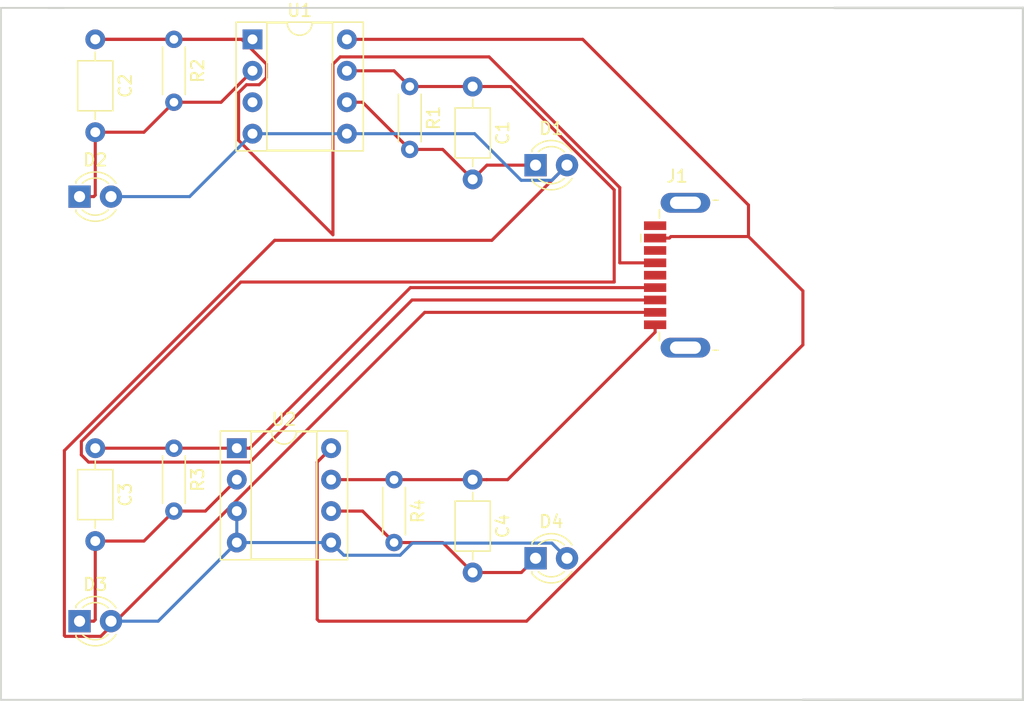
<source format=kicad_pcb>
(kicad_pcb (version 20171130) (host pcbnew "(5.0.0)")

  (general
    (thickness 1.6)
    (drawings 7)
    (tracks 107)
    (zones 0)
    (modules 15)
    (nets 15)
  )

  (page A4)
  (layers
    (0 F.Cu signal)
    (31 B.Cu signal)
    (32 B.Adhes user)
    (33 F.Adhes user)
    (34 B.Paste user)
    (35 F.Paste user)
    (36 B.SilkS user)
    (37 F.SilkS user)
    (38 B.Mask user)
    (39 F.Mask user)
    (40 Dwgs.User user)
    (41 Cmts.User user)
    (42 Eco1.User user)
    (43 Eco2.User user)
    (44 Edge.Cuts user)
    (45 Margin user)
    (46 B.CrtYd user)
    (47 F.CrtYd user)
    (48 B.Fab user)
    (49 F.Fab user)
  )

  (setup
    (last_trace_width 0.25)
    (trace_clearance 0.2)
    (zone_clearance 0.508)
    (zone_45_only no)
    (trace_min 0.2)
    (segment_width 0.2)
    (edge_width 0.15)
    (via_size 0.8)
    (via_drill 0.4)
    (via_min_size 0.4)
    (via_min_drill 0.3)
    (uvia_size 0.3)
    (uvia_drill 0.1)
    (uvias_allowed no)
    (uvia_min_size 0.2)
    (uvia_min_drill 0.1)
    (pcb_text_width 0.3)
    (pcb_text_size 1.5 1.5)
    (mod_edge_width 0.15)
    (mod_text_size 1 1)
    (mod_text_width 0.15)
    (pad_size 1.524 1.524)
    (pad_drill 0.762)
    (pad_to_mask_clearance 0.2)
    (aux_axis_origin 0 0)
    (visible_elements 7FFFFFFF)
    (pcbplotparams
      (layerselection 0x010fc_ffffffff)
      (usegerberextensions false)
      (usegerberattributes false)
      (usegerberadvancedattributes false)
      (creategerberjobfile false)
      (excludeedgelayer true)
      (linewidth 0.100000)
      (plotframeref false)
      (viasonmask false)
      (mode 1)
      (useauxorigin false)
      (hpglpennumber 1)
      (hpglpenspeed 20)
      (hpglpendiameter 15.000000)
      (psnegative false)
      (psa4output false)
      (plotreference true)
      (plotvalue true)
      (plotinvisibletext false)
      (padsonsilk false)
      (subtractmaskfromsilk false)
      (outputformat 1)
      (mirror false)
      (drillshape 1)
      (scaleselection 1)
      (outputdirectory ""))
  )

  (net 0 "")
  (net 1 "Net-(C1-Pad1)")
  (net 2 "Net-(C1-Pad2)")
  (net 3 "Net-(C2-Pad2)")
  (net 4 "Net-(C2-Pad1)")
  (net 5 "Net-(C3-Pad1)")
  (net 6 "Net-(C3-Pad2)")
  (net 7 "Net-(C4-Pad2)")
  (net 8 "Net-(C4-Pad1)")
  (net 9 GND)
  (net 10 "Net-(J1-Pad10)")
  (net 11 "Net-(J1-Pad7)")
  (net 12 "Net-(J1-Pad8)")
  (net 13 "Net-(J1-Pad1)")
  (net 14 "Net-(J1-Pad9)")

  (net_class Default "Dies ist die voreingestellte Netzklasse."
    (clearance 0.2)
    (trace_width 0.25)
    (via_dia 0.8)
    (via_drill 0.4)
    (uvia_dia 0.3)
    (uvia_drill 0.1)
    (add_net GND)
    (add_net "Net-(C1-Pad1)")
    (add_net "Net-(C1-Pad2)")
    (add_net "Net-(C2-Pad1)")
    (add_net "Net-(C2-Pad2)")
    (add_net "Net-(C3-Pad1)")
    (add_net "Net-(C3-Pad2)")
    (add_net "Net-(C4-Pad1)")
    (add_net "Net-(C4-Pad2)")
    (add_net "Net-(J1-Pad1)")
    (add_net "Net-(J1-Pad10)")
    (add_net "Net-(J1-Pad7)")
    (add_net "Net-(J1-Pad8)")
    (add_net "Net-(J1-Pad9)")
  )

  (module Capacitor_THT:C_Axial_L3.8mm_D2.6mm_P7.50mm_Horizontal (layer F.Cu) (tedit 5AE50EF0) (tstamp 5BD76595)
    (at 148.59 74.93 270)
    (descr "C, Axial series, Axial, Horizontal, pin pitch=7.5mm, , length*diameter=3.8*2.6mm^2, http://www.vishay.com/docs/45231/arseries.pdf")
    (tags "C Axial series Axial Horizontal pin pitch 7.5mm  length 3.8mm diameter 2.6mm")
    (path /5BC74093)
    (fp_text reference C1 (at 3.75 -2.42 270) (layer F.SilkS)
      (effects (font (size 1 1) (thickness 0.15)))
    )
    (fp_text value C (at 3.75 2.42 270) (layer F.Fab)
      (effects (font (size 1 1) (thickness 0.15)))
    )
    (fp_line (start 1.85 -1.3) (end 1.85 1.3) (layer F.Fab) (width 0.1))
    (fp_line (start 1.85 1.3) (end 5.65 1.3) (layer F.Fab) (width 0.1))
    (fp_line (start 5.65 1.3) (end 5.65 -1.3) (layer F.Fab) (width 0.1))
    (fp_line (start 5.65 -1.3) (end 1.85 -1.3) (layer F.Fab) (width 0.1))
    (fp_line (start 0 0) (end 1.85 0) (layer F.Fab) (width 0.1))
    (fp_line (start 7.5 0) (end 5.65 0) (layer F.Fab) (width 0.1))
    (fp_line (start 1.73 -1.42) (end 1.73 1.42) (layer F.SilkS) (width 0.12))
    (fp_line (start 1.73 1.42) (end 5.77 1.42) (layer F.SilkS) (width 0.12))
    (fp_line (start 5.77 1.42) (end 5.77 -1.42) (layer F.SilkS) (width 0.12))
    (fp_line (start 5.77 -1.42) (end 1.73 -1.42) (layer F.SilkS) (width 0.12))
    (fp_line (start 1.04 0) (end 1.73 0) (layer F.SilkS) (width 0.12))
    (fp_line (start 6.46 0) (end 5.77 0) (layer F.SilkS) (width 0.12))
    (fp_line (start -1.05 -1.55) (end -1.05 1.55) (layer F.CrtYd) (width 0.05))
    (fp_line (start -1.05 1.55) (end 8.55 1.55) (layer F.CrtYd) (width 0.05))
    (fp_line (start 8.55 1.55) (end 8.55 -1.55) (layer F.CrtYd) (width 0.05))
    (fp_line (start 8.55 -1.55) (end -1.05 -1.55) (layer F.CrtYd) (width 0.05))
    (fp_text user %R (at 3.75 0 270) (layer F.Fab)
      (effects (font (size 0.76 0.76) (thickness 0.114)))
    )
    (pad 1 thru_hole circle (at 0 0 270) (size 1.6 1.6) (drill 0.8) (layers *.Cu *.Mask)
      (net 1 "Net-(C1-Pad1)"))
    (pad 2 thru_hole oval (at 7.5 0 270) (size 1.6 1.6) (drill 0.8) (layers *.Cu *.Mask)
      (net 2 "Net-(C1-Pad2)"))
    (model ${KISYS3DMOD}/Capacitor_THT.3dshapes/C_Axial_L3.8mm_D2.6mm_P7.50mm_Horizontal.wrl
      (at (xyz 0 0 0))
      (scale (xyz 1 1 1))
      (rotate (xyz 0 0 0))
    )
  )

  (module Capacitor_THT:C_Axial_L3.8mm_D2.6mm_P7.50mm_Horizontal (layer F.Cu) (tedit 5AE50EF0) (tstamp 5BD765AC)
    (at 118.11 71.12 270)
    (descr "C, Axial series, Axial, Horizontal, pin pitch=7.5mm, , length*diameter=3.8*2.6mm^2, http://www.vishay.com/docs/45231/arseries.pdf")
    (tags "C Axial series Axial Horizontal pin pitch 7.5mm  length 3.8mm diameter 2.6mm")
    (path /5BC73F2E)
    (fp_text reference C2 (at 3.75 -2.42 270) (layer F.SilkS)
      (effects (font (size 1 1) (thickness 0.15)))
    )
    (fp_text value C (at 3.75 2.42 270) (layer F.Fab)
      (effects (font (size 1 1) (thickness 0.15)))
    )
    (fp_text user %R (at 3.75 0 270) (layer F.Fab)
      (effects (font (size 0.76 0.76) (thickness 0.114)))
    )
    (fp_line (start 8.55 -1.55) (end -1.05 -1.55) (layer F.CrtYd) (width 0.05))
    (fp_line (start 8.55 1.55) (end 8.55 -1.55) (layer F.CrtYd) (width 0.05))
    (fp_line (start -1.05 1.55) (end 8.55 1.55) (layer F.CrtYd) (width 0.05))
    (fp_line (start -1.05 -1.55) (end -1.05 1.55) (layer F.CrtYd) (width 0.05))
    (fp_line (start 6.46 0) (end 5.77 0) (layer F.SilkS) (width 0.12))
    (fp_line (start 1.04 0) (end 1.73 0) (layer F.SilkS) (width 0.12))
    (fp_line (start 5.77 -1.42) (end 1.73 -1.42) (layer F.SilkS) (width 0.12))
    (fp_line (start 5.77 1.42) (end 5.77 -1.42) (layer F.SilkS) (width 0.12))
    (fp_line (start 1.73 1.42) (end 5.77 1.42) (layer F.SilkS) (width 0.12))
    (fp_line (start 1.73 -1.42) (end 1.73 1.42) (layer F.SilkS) (width 0.12))
    (fp_line (start 7.5 0) (end 5.65 0) (layer F.Fab) (width 0.1))
    (fp_line (start 0 0) (end 1.85 0) (layer F.Fab) (width 0.1))
    (fp_line (start 5.65 -1.3) (end 1.85 -1.3) (layer F.Fab) (width 0.1))
    (fp_line (start 5.65 1.3) (end 5.65 -1.3) (layer F.Fab) (width 0.1))
    (fp_line (start 1.85 1.3) (end 5.65 1.3) (layer F.Fab) (width 0.1))
    (fp_line (start 1.85 -1.3) (end 1.85 1.3) (layer F.Fab) (width 0.1))
    (pad 2 thru_hole oval (at 7.5 0 270) (size 1.6 1.6) (drill 0.8) (layers *.Cu *.Mask)
      (net 3 "Net-(C2-Pad2)"))
    (pad 1 thru_hole circle (at 0 0 270) (size 1.6 1.6) (drill 0.8) (layers *.Cu *.Mask)
      (net 4 "Net-(C2-Pad1)"))
    (model ${KISYS3DMOD}/Capacitor_THT.3dshapes/C_Axial_L3.8mm_D2.6mm_P7.50mm_Horizontal.wrl
      (at (xyz 0 0 0))
      (scale (xyz 1 1 1))
      (rotate (xyz 0 0 0))
    )
  )

  (module Capacitor_THT:C_Axial_L3.8mm_D2.6mm_P7.50mm_Horizontal (layer F.Cu) (tedit 5AE50EF0) (tstamp 5BD765C3)
    (at 118.11 104.14 270)
    (descr "C, Axial series, Axial, Horizontal, pin pitch=7.5mm, , length*diameter=3.8*2.6mm^2, http://www.vishay.com/docs/45231/arseries.pdf")
    (tags "C Axial series Axial Horizontal pin pitch 7.5mm  length 3.8mm diameter 2.6mm")
    (path /5BC73D2D)
    (fp_text reference C3 (at 3.75 -2.42 270) (layer F.SilkS)
      (effects (font (size 1 1) (thickness 0.15)))
    )
    (fp_text value C (at 3.75 2.42 270) (layer F.Fab)
      (effects (font (size 1 1) (thickness 0.15)))
    )
    (fp_line (start 1.85 -1.3) (end 1.85 1.3) (layer F.Fab) (width 0.1))
    (fp_line (start 1.85 1.3) (end 5.65 1.3) (layer F.Fab) (width 0.1))
    (fp_line (start 5.65 1.3) (end 5.65 -1.3) (layer F.Fab) (width 0.1))
    (fp_line (start 5.65 -1.3) (end 1.85 -1.3) (layer F.Fab) (width 0.1))
    (fp_line (start 0 0) (end 1.85 0) (layer F.Fab) (width 0.1))
    (fp_line (start 7.5 0) (end 5.65 0) (layer F.Fab) (width 0.1))
    (fp_line (start 1.73 -1.42) (end 1.73 1.42) (layer F.SilkS) (width 0.12))
    (fp_line (start 1.73 1.42) (end 5.77 1.42) (layer F.SilkS) (width 0.12))
    (fp_line (start 5.77 1.42) (end 5.77 -1.42) (layer F.SilkS) (width 0.12))
    (fp_line (start 5.77 -1.42) (end 1.73 -1.42) (layer F.SilkS) (width 0.12))
    (fp_line (start 1.04 0) (end 1.73 0) (layer F.SilkS) (width 0.12))
    (fp_line (start 6.46 0) (end 5.77 0) (layer F.SilkS) (width 0.12))
    (fp_line (start -1.05 -1.55) (end -1.05 1.55) (layer F.CrtYd) (width 0.05))
    (fp_line (start -1.05 1.55) (end 8.55 1.55) (layer F.CrtYd) (width 0.05))
    (fp_line (start 8.55 1.55) (end 8.55 -1.55) (layer F.CrtYd) (width 0.05))
    (fp_line (start 8.55 -1.55) (end -1.05 -1.55) (layer F.CrtYd) (width 0.05))
    (fp_text user %R (at 3.75 0 270) (layer F.Fab)
      (effects (font (size 0.76 0.76) (thickness 0.114)))
    )
    (pad 1 thru_hole circle (at 0 0 270) (size 1.6 1.6) (drill 0.8) (layers *.Cu *.Mask)
      (net 5 "Net-(C3-Pad1)"))
    (pad 2 thru_hole oval (at 7.5 0 270) (size 1.6 1.6) (drill 0.8) (layers *.Cu *.Mask)
      (net 6 "Net-(C3-Pad2)"))
    (model ${KISYS3DMOD}/Capacitor_THT.3dshapes/C_Axial_L3.8mm_D2.6mm_P7.50mm_Horizontal.wrl
      (at (xyz 0 0 0))
      (scale (xyz 1 1 1))
      (rotate (xyz 0 0 0))
    )
  )

  (module Capacitor_THT:C_Axial_L3.8mm_D2.6mm_P7.50mm_Horizontal (layer F.Cu) (tedit 5AE50EF0) (tstamp 5BD765DA)
    (at 148.59 106.68 270)
    (descr "C, Axial series, Axial, Horizontal, pin pitch=7.5mm, , length*diameter=3.8*2.6mm^2, http://www.vishay.com/docs/45231/arseries.pdf")
    (tags "C Axial series Axial Horizontal pin pitch 7.5mm  length 3.8mm diameter 2.6mm")
    (path /5BC74124)
    (fp_text reference C4 (at 3.75 -2.42 270) (layer F.SilkS)
      (effects (font (size 1 1) (thickness 0.15)))
    )
    (fp_text value C (at 3.75 2.42 270) (layer F.Fab)
      (effects (font (size 1 1) (thickness 0.15)))
    )
    (fp_text user %R (at 3.75 0 270) (layer F.Fab)
      (effects (font (size 0.76 0.76) (thickness 0.114)))
    )
    (fp_line (start 8.55 -1.55) (end -1.05 -1.55) (layer F.CrtYd) (width 0.05))
    (fp_line (start 8.55 1.55) (end 8.55 -1.55) (layer F.CrtYd) (width 0.05))
    (fp_line (start -1.05 1.55) (end 8.55 1.55) (layer F.CrtYd) (width 0.05))
    (fp_line (start -1.05 -1.55) (end -1.05 1.55) (layer F.CrtYd) (width 0.05))
    (fp_line (start 6.46 0) (end 5.77 0) (layer F.SilkS) (width 0.12))
    (fp_line (start 1.04 0) (end 1.73 0) (layer F.SilkS) (width 0.12))
    (fp_line (start 5.77 -1.42) (end 1.73 -1.42) (layer F.SilkS) (width 0.12))
    (fp_line (start 5.77 1.42) (end 5.77 -1.42) (layer F.SilkS) (width 0.12))
    (fp_line (start 1.73 1.42) (end 5.77 1.42) (layer F.SilkS) (width 0.12))
    (fp_line (start 1.73 -1.42) (end 1.73 1.42) (layer F.SilkS) (width 0.12))
    (fp_line (start 7.5 0) (end 5.65 0) (layer F.Fab) (width 0.1))
    (fp_line (start 0 0) (end 1.85 0) (layer F.Fab) (width 0.1))
    (fp_line (start 5.65 -1.3) (end 1.85 -1.3) (layer F.Fab) (width 0.1))
    (fp_line (start 5.65 1.3) (end 5.65 -1.3) (layer F.Fab) (width 0.1))
    (fp_line (start 1.85 1.3) (end 5.65 1.3) (layer F.Fab) (width 0.1))
    (fp_line (start 1.85 -1.3) (end 1.85 1.3) (layer F.Fab) (width 0.1))
    (pad 2 thru_hole oval (at 7.5 0 270) (size 1.6 1.6) (drill 0.8) (layers *.Cu *.Mask)
      (net 7 "Net-(C4-Pad2)"))
    (pad 1 thru_hole circle (at 0 0 270) (size 1.6 1.6) (drill 0.8) (layers *.Cu *.Mask)
      (net 8 "Net-(C4-Pad1)"))
    (model ${KISYS3DMOD}/Capacitor_THT.3dshapes/C_Axial_L3.8mm_D2.6mm_P7.50mm_Horizontal.wrl
      (at (xyz 0 0 0))
      (scale (xyz 1 1 1))
      (rotate (xyz 0 0 0))
    )
  )

  (module LED_THT:LED_D3.0mm_Clear (layer F.Cu) (tedit 5A6C9BC0) (tstamp 5BD765EE)
    (at 153.67 81.28)
    (descr "IR-LED, diameter 3.0mm, 2 pins, color: clear")
    (tags "IR infrared LED diameter 3.0mm 2 pins clear")
    (path /5BC4291D)
    (fp_text reference D1 (at 1.27 -2.96) (layer F.SilkS)
      (effects (font (size 1 1) (thickness 0.15)))
    )
    (fp_text value LED (at 1.27 2.96) (layer F.Fab)
      (effects (font (size 1 1) (thickness 0.15)))
    )
    (fp_arc (start 1.27 0) (end 0.229039 1.08) (angle -87.9) (layer F.SilkS) (width 0.12))
    (fp_arc (start 1.27 0) (end 0.229039 -1.08) (angle 87.9) (layer F.SilkS) (width 0.12))
    (fp_arc (start 1.27 0) (end -0.29 1.235516) (angle -108.8) (layer F.SilkS) (width 0.12))
    (fp_arc (start 1.27 0) (end -0.29 -1.235516) (angle 108.8) (layer F.SilkS) (width 0.12))
    (fp_arc (start 1.27 0) (end -0.23 -1.16619) (angle 284.3) (layer F.Fab) (width 0.1))
    (fp_circle (center 1.27 0) (end 2.77 0) (layer F.Fab) (width 0.1))
    (fp_line (start 3.7 -2.25) (end -1.15 -2.25) (layer F.CrtYd) (width 0.05))
    (fp_line (start 3.7 2.25) (end 3.7 -2.25) (layer F.CrtYd) (width 0.05))
    (fp_line (start -1.15 2.25) (end 3.7 2.25) (layer F.CrtYd) (width 0.05))
    (fp_line (start -1.15 -2.25) (end -1.15 2.25) (layer F.CrtYd) (width 0.05))
    (fp_line (start -0.29 1.08) (end -0.29 1.236) (layer F.SilkS) (width 0.12))
    (fp_line (start -0.29 -1.236) (end -0.29 -1.08) (layer F.SilkS) (width 0.12))
    (fp_line (start -0.23 -1.16619) (end -0.23 1.16619) (layer F.Fab) (width 0.1))
    (fp_text user %R (at 1.47 0) (layer F.Fab)
      (effects (font (size 0.8 0.8) (thickness 0.12)))
    )
    (pad 2 thru_hole circle (at 2.54 0) (size 1.8 1.8) (drill 0.9) (layers *.Cu *.Mask)
      (net 9 GND))
    (pad 1 thru_hole rect (at 0 0) (size 1.8 1.8) (drill 0.9) (layers *.Cu *.Mask)
      (net 2 "Net-(C1-Pad2)"))
    (model ${KISYS3DMOD}/LED_THT.3dshapes/LED_D3.0mm_Clear.wrl
      (at (xyz 0 0 0))
      (scale (xyz 1 1 1))
      (rotate (xyz 0 0 0))
    )
  )

  (module LED_THT:LED_D3.0mm_Clear (layer F.Cu) (tedit 5A6C9BC0) (tstamp 5BD76602)
    (at 116.84 83.82)
    (descr "IR-LED, diameter 3.0mm, 2 pins, color: clear")
    (tags "IR infrared LED diameter 3.0mm 2 pins clear")
    (path /5BC4260E)
    (fp_text reference D2 (at 1.27 -2.96) (layer F.SilkS)
      (effects (font (size 1 1) (thickness 0.15)))
    )
    (fp_text value LED (at 1.27 2.96) (layer F.Fab)
      (effects (font (size 1 1) (thickness 0.15)))
    )
    (fp_text user %R (at 1.47 0) (layer F.Fab)
      (effects (font (size 0.8 0.8) (thickness 0.12)))
    )
    (fp_line (start -0.23 -1.16619) (end -0.23 1.16619) (layer F.Fab) (width 0.1))
    (fp_line (start -0.29 -1.236) (end -0.29 -1.08) (layer F.SilkS) (width 0.12))
    (fp_line (start -0.29 1.08) (end -0.29 1.236) (layer F.SilkS) (width 0.12))
    (fp_line (start -1.15 -2.25) (end -1.15 2.25) (layer F.CrtYd) (width 0.05))
    (fp_line (start -1.15 2.25) (end 3.7 2.25) (layer F.CrtYd) (width 0.05))
    (fp_line (start 3.7 2.25) (end 3.7 -2.25) (layer F.CrtYd) (width 0.05))
    (fp_line (start 3.7 -2.25) (end -1.15 -2.25) (layer F.CrtYd) (width 0.05))
    (fp_circle (center 1.27 0) (end 2.77 0) (layer F.Fab) (width 0.1))
    (fp_arc (start 1.27 0) (end -0.23 -1.16619) (angle 284.3) (layer F.Fab) (width 0.1))
    (fp_arc (start 1.27 0) (end -0.29 -1.235516) (angle 108.8) (layer F.SilkS) (width 0.12))
    (fp_arc (start 1.27 0) (end -0.29 1.235516) (angle -108.8) (layer F.SilkS) (width 0.12))
    (fp_arc (start 1.27 0) (end 0.229039 -1.08) (angle 87.9) (layer F.SilkS) (width 0.12))
    (fp_arc (start 1.27 0) (end 0.229039 1.08) (angle -87.9) (layer F.SilkS) (width 0.12))
    (pad 1 thru_hole rect (at 0 0) (size 1.8 1.8) (drill 0.9) (layers *.Cu *.Mask)
      (net 3 "Net-(C2-Pad2)"))
    (pad 2 thru_hole circle (at 2.54 0) (size 1.8 1.8) (drill 0.9) (layers *.Cu *.Mask)
      (net 9 GND))
    (model ${KISYS3DMOD}/LED_THT.3dshapes/LED_D3.0mm_Clear.wrl
      (at (xyz 0 0 0))
      (scale (xyz 1 1 1))
      (rotate (xyz 0 0 0))
    )
  )

  (module LED_THT:LED_D3.0mm_Clear (layer F.Cu) (tedit 5A6C9BC0) (tstamp 5BD76616)
    (at 116.84 118.11)
    (descr "IR-LED, diameter 3.0mm, 2 pins, color: clear")
    (tags "IR infrared LED diameter 3.0mm 2 pins clear")
    (path /5BC42952)
    (fp_text reference D3 (at 1.27 -2.96) (layer F.SilkS)
      (effects (font (size 1 1) (thickness 0.15)))
    )
    (fp_text value LED (at 1.27 2.96) (layer F.Fab)
      (effects (font (size 1 1) (thickness 0.15)))
    )
    (fp_text user %R (at 1.47 0) (layer F.Fab)
      (effects (font (size 0.8 0.8) (thickness 0.12)))
    )
    (fp_line (start -0.23 -1.16619) (end -0.23 1.16619) (layer F.Fab) (width 0.1))
    (fp_line (start -0.29 -1.236) (end -0.29 -1.08) (layer F.SilkS) (width 0.12))
    (fp_line (start -0.29 1.08) (end -0.29 1.236) (layer F.SilkS) (width 0.12))
    (fp_line (start -1.15 -2.25) (end -1.15 2.25) (layer F.CrtYd) (width 0.05))
    (fp_line (start -1.15 2.25) (end 3.7 2.25) (layer F.CrtYd) (width 0.05))
    (fp_line (start 3.7 2.25) (end 3.7 -2.25) (layer F.CrtYd) (width 0.05))
    (fp_line (start 3.7 -2.25) (end -1.15 -2.25) (layer F.CrtYd) (width 0.05))
    (fp_circle (center 1.27 0) (end 2.77 0) (layer F.Fab) (width 0.1))
    (fp_arc (start 1.27 0) (end -0.23 -1.16619) (angle 284.3) (layer F.Fab) (width 0.1))
    (fp_arc (start 1.27 0) (end -0.29 -1.235516) (angle 108.8) (layer F.SilkS) (width 0.12))
    (fp_arc (start 1.27 0) (end -0.29 1.235516) (angle -108.8) (layer F.SilkS) (width 0.12))
    (fp_arc (start 1.27 0) (end 0.229039 -1.08) (angle 87.9) (layer F.SilkS) (width 0.12))
    (fp_arc (start 1.27 0) (end 0.229039 1.08) (angle -87.9) (layer F.SilkS) (width 0.12))
    (pad 1 thru_hole rect (at 0 0) (size 1.8 1.8) (drill 0.9) (layers *.Cu *.Mask)
      (net 6 "Net-(C3-Pad2)"))
    (pad 2 thru_hole circle (at 2.54 0) (size 1.8 1.8) (drill 0.9) (layers *.Cu *.Mask)
      (net 9 GND))
    (model ${KISYS3DMOD}/LED_THT.3dshapes/LED_D3.0mm_Clear.wrl
      (at (xyz 0 0 0))
      (scale (xyz 1 1 1))
      (rotate (xyz 0 0 0))
    )
  )

  (module LED_THT:LED_D3.0mm_Clear (layer F.Cu) (tedit 5A6C9BC0) (tstamp 5BD7662A)
    (at 153.67 113.03)
    (descr "IR-LED, diameter 3.0mm, 2 pins, color: clear")
    (tags "IR infrared LED diameter 3.0mm 2 pins clear")
    (path /5BC42982)
    (fp_text reference D4 (at 1.27 -2.96) (layer F.SilkS)
      (effects (font (size 1 1) (thickness 0.15)))
    )
    (fp_text value LED (at 1.27 2.96) (layer F.Fab)
      (effects (font (size 1 1) (thickness 0.15)))
    )
    (fp_arc (start 1.27 0) (end 0.229039 1.08) (angle -87.9) (layer F.SilkS) (width 0.12))
    (fp_arc (start 1.27 0) (end 0.229039 -1.08) (angle 87.9) (layer F.SilkS) (width 0.12))
    (fp_arc (start 1.27 0) (end -0.29 1.235516) (angle -108.8) (layer F.SilkS) (width 0.12))
    (fp_arc (start 1.27 0) (end -0.29 -1.235516) (angle 108.8) (layer F.SilkS) (width 0.12))
    (fp_arc (start 1.27 0) (end -0.23 -1.16619) (angle 284.3) (layer F.Fab) (width 0.1))
    (fp_circle (center 1.27 0) (end 2.77 0) (layer F.Fab) (width 0.1))
    (fp_line (start 3.7 -2.25) (end -1.15 -2.25) (layer F.CrtYd) (width 0.05))
    (fp_line (start 3.7 2.25) (end 3.7 -2.25) (layer F.CrtYd) (width 0.05))
    (fp_line (start -1.15 2.25) (end 3.7 2.25) (layer F.CrtYd) (width 0.05))
    (fp_line (start -1.15 -2.25) (end -1.15 2.25) (layer F.CrtYd) (width 0.05))
    (fp_line (start -0.29 1.08) (end -0.29 1.236) (layer F.SilkS) (width 0.12))
    (fp_line (start -0.29 -1.236) (end -0.29 -1.08) (layer F.SilkS) (width 0.12))
    (fp_line (start -0.23 -1.16619) (end -0.23 1.16619) (layer F.Fab) (width 0.1))
    (fp_text user %R (at 1.47 0) (layer F.Fab)
      (effects (font (size 0.8 0.8) (thickness 0.12)))
    )
    (pad 2 thru_hole circle (at 2.54 0) (size 1.8 1.8) (drill 0.9) (layers *.Cu *.Mask)
      (net 9 GND))
    (pad 1 thru_hole rect (at 0 0) (size 1.8 1.8) (drill 0.9) (layers *.Cu *.Mask)
      (net 7 "Net-(C4-Pad2)"))
    (model ${KISYS3DMOD}/LED_THT.3dshapes/LED_D3.0mm_Clear.wrl
      (at (xyz 0 0 0))
      (scale (xyz 1 1 1))
      (rotate (xyz 0 0 0))
    )
  )

  (module Connector_USB:USB3_A_Plug_Wuerth_692112030100_Horizontal (layer F.Cu) (tedit 5A588E4B) (tstamp 5BD76655)
    (at 165.1 90.17)
    (descr "USB type A Plug, Horizontal, http://katalog.we-online.de/em/datasheet/692112030100.pdf")
    (tags "usb A plug horizontal")
    (path /5BCC2E3E)
    (attr smd)
    (fp_text reference J1 (at 0 -8) (layer F.SilkS)
      (effects (font (size 1 1) (thickness 0.15)))
    )
    (fp_text value USB3_A (at 0 8) (layer F.Fab)
      (effects (font (size 1 1) (thickness 0.15)))
    )
    (fp_line (start -3.18 -4.85) (end -3.18 4.85) (layer F.CrtYd) (width 0.05))
    (fp_line (start -1.83 -4.85) (end -3.18 -4.85) (layer F.CrtYd) (width 0.05))
    (fp_line (start -1.83 -7.15) (end -1.83 -4.85) (layer F.CrtYd) (width 0.05))
    (fp_line (start 3.18 -7.15) (end -1.83 -7.15) (layer F.CrtYd) (width 0.05))
    (fp_line (start 3.18 -6.5) (end 3.18 -7.15) (layer F.CrtYd) (width 0.05))
    (fp_line (start -1.425 -4.61) (end -1.425 -5.29) (layer F.SilkS) (width 0.12))
    (fp_line (start 3.315 -6.06) (end 2.915 -6.06) (layer F.SilkS) (width 0.12))
    (fp_text user "PCB Edge" (at 2.675 0 90) (layer Dwgs.User)
      (effects (font (size 0.6 0.6) (thickness 0.09)))
    )
    (fp_line (start -0.725 -3) (end -0.325 -2.6) (layer F.Fab) (width 0.1))
    (fp_line (start 18.475 -6) (end -0.325 -6) (layer F.Fab) (width 0.1))
    (fp_line (start -0.325 6) (end -0.325 -6) (layer F.Fab) (width 0.1))
    (fp_line (start 3.325 6) (end 3.325 -6) (layer Dwgs.User) (width 0.1))
    (fp_text user %R (at 9.075 0 180) (layer F.Fab)
      (effects (font (size 1 1) (thickness 0.15)))
    )
    (fp_line (start 18.98 6.5) (end 18.98 -6.5) (layer F.CrtYd) (width 0.05))
    (fp_line (start 18.475 6) (end -0.325 6) (layer F.Fab) (width 0.1))
    (fp_line (start -0.725 -3) (end -0.325 -3.4) (layer F.Fab) (width 0.1))
    (fp_line (start 3.315 6.06) (end 2.915 6.06) (layer F.SilkS) (width 0.12))
    (fp_line (start -1.425 4.61) (end -1.425 5.29) (layer F.SilkS) (width 0.12))
    (fp_line (start -2.935 -2.7) (end -2.935 -3.3) (layer F.SilkS) (width 0.12))
    (fp_line (start 18.475 6) (end 18.475 -6) (layer F.Fab) (width 0.1))
    (fp_line (start 18.98 -6.5) (end 3.18 -6.5) (layer F.CrtYd) (width 0.05))
    (fp_line (start -1.83 4.85) (end -3.18 4.85) (layer F.CrtYd) (width 0.05))
    (fp_line (start -1.83 7.15) (end -1.83 4.85) (layer F.CrtYd) (width 0.05))
    (fp_line (start 3.18 7.15) (end -1.83 7.15) (layer F.CrtYd) (width 0.05))
    (fp_line (start 3.18 6.5) (end 3.18 7.15) (layer F.CrtYd) (width 0.05))
    (fp_line (start 18.98 6.5) (end 3.18 6.5) (layer F.CrtYd) (width 0.05))
    (pad 10 thru_hole oval (at 0.675 5.85 90) (size 1.6 4) (drill oval 1 2.5) (layers *.Cu *.Mask)
      (net 10 "Net-(J1-Pad10)"))
    (pad 10 thru_hole oval (at 0.675 -5.85 90) (size 1.6 4) (drill oval 1 2.5) (layers *.Cu *.Mask)
      (net 10 "Net-(J1-Pad10)"))
    (pad 5 smd rect (at -1.775 4 90) (size 0.7 1.8) (layers F.Cu F.Paste F.Mask)
      (net 8 "Net-(C4-Pad1)"))
    (pad 4 smd rect (at -1.775 3 90) (size 0.7 1.8) (layers F.Cu F.Paste F.Mask)
      (net 9 GND))
    (pad 6 smd rect (at -1.775 2 90) (size 0.7 1.8) (layers F.Cu F.Paste F.Mask)
      (net 1 "Net-(C1-Pad1)"))
    (pad 3 smd rect (at -1.775 1 90) (size 0.7 1.8) (layers F.Cu F.Paste F.Mask)
      (net 5 "Net-(C3-Pad1)"))
    (pad 7 smd rect (at -1.775 0 90) (size 0.7 1.8) (layers F.Cu F.Paste F.Mask)
      (net 11 "Net-(J1-Pad7)"))
    (pad 2 smd rect (at -1.775 -1 90) (size 0.7 1.8) (layers F.Cu F.Paste F.Mask)
      (net 4 "Net-(C2-Pad1)"))
    (pad 8 smd rect (at -1.775 -2 90) (size 0.7 1.8) (layers F.Cu F.Paste F.Mask)
      (net 12 "Net-(J1-Pad8)"))
    (pad 1 smd rect (at -1.775 -3 90) (size 0.7 1.8) (layers F.Cu F.Paste F.Mask)
      (net 13 "Net-(J1-Pad1)"))
    (pad 9 smd rect (at -1.775 -4) (size 1.8 0.7) (layers F.Cu F.Paste F.Mask)
      (net 14 "Net-(J1-Pad9)"))
    (pad "" np_thru_hole circle (at 0.675 2.25 90) (size 1.1 1.1) (drill 1.1) (layers *.Cu *.Mask))
    (pad "" np_thru_hole circle (at 0.675 -2.25 90) (size 1.1 1.1) (drill 1.1) (layers *.Cu *.Mask))
    (model ${KISYS3DMOD}/Connector_USB.3dshapes/USB3_A_Plug_Wuerth_692112030100_Horizontal.wrl
      (at (xyz 0 0 0))
      (scale (xyz 1 1 1))
      (rotate (xyz 0 0 0))
    )
  )

  (module Resistor_THT:R_Axial_DIN0204_L3.6mm_D1.6mm_P5.08mm_Horizontal (layer F.Cu) (tedit 5AE5139B) (tstamp 5BD76668)
    (at 143.51 74.93 270)
    (descr "Resistor, Axial_DIN0204 series, Axial, Horizontal, pin pitch=5.08mm, 0.167W, length*diameter=3.6*1.6mm^2, http://cdn-reichelt.de/documents/datenblatt/B400/1_4W%23YAG.pdf")
    (tags "Resistor Axial_DIN0204 series Axial Horizontal pin pitch 5.08mm 0.167W length 3.6mm diameter 1.6mm")
    (path /5BC73BBF)
    (fp_text reference R1 (at 2.54 -1.92 270) (layer F.SilkS)
      (effects (font (size 1 1) (thickness 0.15)))
    )
    (fp_text value R (at 2.54 1.92 270) (layer F.Fab)
      (effects (font (size 1 1) (thickness 0.15)))
    )
    (fp_line (start 0.74 -0.8) (end 0.74 0.8) (layer F.Fab) (width 0.1))
    (fp_line (start 0.74 0.8) (end 4.34 0.8) (layer F.Fab) (width 0.1))
    (fp_line (start 4.34 0.8) (end 4.34 -0.8) (layer F.Fab) (width 0.1))
    (fp_line (start 4.34 -0.8) (end 0.74 -0.8) (layer F.Fab) (width 0.1))
    (fp_line (start 0 0) (end 0.74 0) (layer F.Fab) (width 0.1))
    (fp_line (start 5.08 0) (end 4.34 0) (layer F.Fab) (width 0.1))
    (fp_line (start 0.62 -0.92) (end 4.46 -0.92) (layer F.SilkS) (width 0.12))
    (fp_line (start 0.62 0.92) (end 4.46 0.92) (layer F.SilkS) (width 0.12))
    (fp_line (start -0.95 -1.05) (end -0.95 1.05) (layer F.CrtYd) (width 0.05))
    (fp_line (start -0.95 1.05) (end 6.03 1.05) (layer F.CrtYd) (width 0.05))
    (fp_line (start 6.03 1.05) (end 6.03 -1.05) (layer F.CrtYd) (width 0.05))
    (fp_line (start 6.03 -1.05) (end -0.95 -1.05) (layer F.CrtYd) (width 0.05))
    (fp_text user %R (at 2.54 0 270) (layer F.Fab)
      (effects (font (size 0.72 0.72) (thickness 0.108)))
    )
    (pad 1 thru_hole circle (at 0 0 270) (size 1.4 1.4) (drill 0.7) (layers *.Cu *.Mask)
      (net 1 "Net-(C1-Pad1)"))
    (pad 2 thru_hole oval (at 5.08 0 270) (size 1.4 1.4) (drill 0.7) (layers *.Cu *.Mask)
      (net 2 "Net-(C1-Pad2)"))
    (model ${KISYS3DMOD}/Resistor_THT.3dshapes/R_Axial_DIN0204_L3.6mm_D1.6mm_P5.08mm_Horizontal.wrl
      (at (xyz 0 0 0))
      (scale (xyz 1 1 1))
      (rotate (xyz 0 0 0))
    )
  )

  (module Resistor_THT:R_Axial_DIN0204_L3.6mm_D1.6mm_P5.08mm_Horizontal (layer F.Cu) (tedit 5AE5139B) (tstamp 5BD7667B)
    (at 124.46 71.12 270)
    (descr "Resistor, Axial_DIN0204 series, Axial, Horizontal, pin pitch=5.08mm, 0.167W, length*diameter=3.6*1.6mm^2, http://cdn-reichelt.de/documents/datenblatt/B400/1_4W%23YAG.pdf")
    (tags "Resistor Axial_DIN0204 series Axial Horizontal pin pitch 5.08mm 0.167W length 3.6mm diameter 1.6mm")
    (path /5BC7396C)
    (fp_text reference R2 (at 2.54 -1.92 270) (layer F.SilkS)
      (effects (font (size 1 1) (thickness 0.15)))
    )
    (fp_text value R (at 2.54 1.92 270) (layer F.Fab)
      (effects (font (size 1 1) (thickness 0.15)))
    )
    (fp_line (start 0.74 -0.8) (end 0.74 0.8) (layer F.Fab) (width 0.1))
    (fp_line (start 0.74 0.8) (end 4.34 0.8) (layer F.Fab) (width 0.1))
    (fp_line (start 4.34 0.8) (end 4.34 -0.8) (layer F.Fab) (width 0.1))
    (fp_line (start 4.34 -0.8) (end 0.74 -0.8) (layer F.Fab) (width 0.1))
    (fp_line (start 0 0) (end 0.74 0) (layer F.Fab) (width 0.1))
    (fp_line (start 5.08 0) (end 4.34 0) (layer F.Fab) (width 0.1))
    (fp_line (start 0.62 -0.92) (end 4.46 -0.92) (layer F.SilkS) (width 0.12))
    (fp_line (start 0.62 0.92) (end 4.46 0.92) (layer F.SilkS) (width 0.12))
    (fp_line (start -0.95 -1.05) (end -0.95 1.05) (layer F.CrtYd) (width 0.05))
    (fp_line (start -0.95 1.05) (end 6.03 1.05) (layer F.CrtYd) (width 0.05))
    (fp_line (start 6.03 1.05) (end 6.03 -1.05) (layer F.CrtYd) (width 0.05))
    (fp_line (start 6.03 -1.05) (end -0.95 -1.05) (layer F.CrtYd) (width 0.05))
    (fp_text user %R (at 2.54 0 270) (layer F.Fab)
      (effects (font (size 0.72 0.72) (thickness 0.108)))
    )
    (pad 1 thru_hole circle (at 0 0 270) (size 1.4 1.4) (drill 0.7) (layers *.Cu *.Mask)
      (net 4 "Net-(C2-Pad1)"))
    (pad 2 thru_hole oval (at 5.08 0 270) (size 1.4 1.4) (drill 0.7) (layers *.Cu *.Mask)
      (net 3 "Net-(C2-Pad2)"))
    (model ${KISYS3DMOD}/Resistor_THT.3dshapes/R_Axial_DIN0204_L3.6mm_D1.6mm_P5.08mm_Horizontal.wrl
      (at (xyz 0 0 0))
      (scale (xyz 1 1 1))
      (rotate (xyz 0 0 0))
    )
  )

  (module Resistor_THT:R_Axial_DIN0204_L3.6mm_D1.6mm_P5.08mm_Horizontal (layer F.Cu) (tedit 5AE5139B) (tstamp 5BD7668E)
    (at 124.46 104.14 270)
    (descr "Resistor, Axial_DIN0204 series, Axial, Horizontal, pin pitch=5.08mm, 0.167W, length*diameter=3.6*1.6mm^2, http://cdn-reichelt.de/documents/datenblatt/B400/1_4W%23YAG.pdf")
    (tags "Resistor Axial_DIN0204 series Axial Horizontal pin pitch 5.08mm 0.167W length 3.6mm diameter 1.6mm")
    (path /5BC73A33)
    (fp_text reference R3 (at 2.54 -1.92 270) (layer F.SilkS)
      (effects (font (size 1 1) (thickness 0.15)))
    )
    (fp_text value R (at 2.54 1.92 270) (layer F.Fab)
      (effects (font (size 1 1) (thickness 0.15)))
    )
    (fp_text user %R (at 2.54 0 270) (layer F.Fab)
      (effects (font (size 0.72 0.72) (thickness 0.108)))
    )
    (fp_line (start 6.03 -1.05) (end -0.95 -1.05) (layer F.CrtYd) (width 0.05))
    (fp_line (start 6.03 1.05) (end 6.03 -1.05) (layer F.CrtYd) (width 0.05))
    (fp_line (start -0.95 1.05) (end 6.03 1.05) (layer F.CrtYd) (width 0.05))
    (fp_line (start -0.95 -1.05) (end -0.95 1.05) (layer F.CrtYd) (width 0.05))
    (fp_line (start 0.62 0.92) (end 4.46 0.92) (layer F.SilkS) (width 0.12))
    (fp_line (start 0.62 -0.92) (end 4.46 -0.92) (layer F.SilkS) (width 0.12))
    (fp_line (start 5.08 0) (end 4.34 0) (layer F.Fab) (width 0.1))
    (fp_line (start 0 0) (end 0.74 0) (layer F.Fab) (width 0.1))
    (fp_line (start 4.34 -0.8) (end 0.74 -0.8) (layer F.Fab) (width 0.1))
    (fp_line (start 4.34 0.8) (end 4.34 -0.8) (layer F.Fab) (width 0.1))
    (fp_line (start 0.74 0.8) (end 4.34 0.8) (layer F.Fab) (width 0.1))
    (fp_line (start 0.74 -0.8) (end 0.74 0.8) (layer F.Fab) (width 0.1))
    (pad 2 thru_hole oval (at 5.08 0 270) (size 1.4 1.4) (drill 0.7) (layers *.Cu *.Mask)
      (net 6 "Net-(C3-Pad2)"))
    (pad 1 thru_hole circle (at 0 0 270) (size 1.4 1.4) (drill 0.7) (layers *.Cu *.Mask)
      (net 5 "Net-(C3-Pad1)"))
    (model ${KISYS3DMOD}/Resistor_THT.3dshapes/R_Axial_DIN0204_L3.6mm_D1.6mm_P5.08mm_Horizontal.wrl
      (at (xyz 0 0 0))
      (scale (xyz 1 1 1))
      (rotate (xyz 0 0 0))
    )
  )

  (module Resistor_THT:R_Axial_DIN0204_L3.6mm_D1.6mm_P5.08mm_Horizontal (layer F.Cu) (tedit 5AE5139B) (tstamp 5BD766A1)
    (at 142.24 106.68 270)
    (descr "Resistor, Axial_DIN0204 series, Axial, Horizontal, pin pitch=5.08mm, 0.167W, length*diameter=3.6*1.6mm^2, http://cdn-reichelt.de/documents/datenblatt/B400/1_4W%23YAG.pdf")
    (tags "Resistor Axial_DIN0204 series Axial Horizontal pin pitch 5.08mm 0.167W length 3.6mm diameter 1.6mm")
    (path /5BC73C66)
    (fp_text reference R4 (at 2.54 -1.92 270) (layer F.SilkS)
      (effects (font (size 1 1) (thickness 0.15)))
    )
    (fp_text value R (at 2.54 1.92 270) (layer F.Fab)
      (effects (font (size 1 1) (thickness 0.15)))
    )
    (fp_text user %R (at 2.54 0 270) (layer F.Fab)
      (effects (font (size 0.72 0.72) (thickness 0.108)))
    )
    (fp_line (start 6.03 -1.05) (end -0.95 -1.05) (layer F.CrtYd) (width 0.05))
    (fp_line (start 6.03 1.05) (end 6.03 -1.05) (layer F.CrtYd) (width 0.05))
    (fp_line (start -0.95 1.05) (end 6.03 1.05) (layer F.CrtYd) (width 0.05))
    (fp_line (start -0.95 -1.05) (end -0.95 1.05) (layer F.CrtYd) (width 0.05))
    (fp_line (start 0.62 0.92) (end 4.46 0.92) (layer F.SilkS) (width 0.12))
    (fp_line (start 0.62 -0.92) (end 4.46 -0.92) (layer F.SilkS) (width 0.12))
    (fp_line (start 5.08 0) (end 4.34 0) (layer F.Fab) (width 0.1))
    (fp_line (start 0 0) (end 0.74 0) (layer F.Fab) (width 0.1))
    (fp_line (start 4.34 -0.8) (end 0.74 -0.8) (layer F.Fab) (width 0.1))
    (fp_line (start 4.34 0.8) (end 4.34 -0.8) (layer F.Fab) (width 0.1))
    (fp_line (start 0.74 0.8) (end 4.34 0.8) (layer F.Fab) (width 0.1))
    (fp_line (start 0.74 -0.8) (end 0.74 0.8) (layer F.Fab) (width 0.1))
    (pad 2 thru_hole oval (at 5.08 0 270) (size 1.4 1.4) (drill 0.7) (layers *.Cu *.Mask)
      (net 7 "Net-(C4-Pad2)"))
    (pad 1 thru_hole circle (at 0 0 270) (size 1.4 1.4) (drill 0.7) (layers *.Cu *.Mask)
      (net 8 "Net-(C4-Pad1)"))
    (model ${KISYS3DMOD}/Resistor_THT.3dshapes/R_Axial_DIN0204_L3.6mm_D1.6mm_P5.08mm_Horizontal.wrl
      (at (xyz 0 0 0))
      (scale (xyz 1 1 1))
      (rotate (xyz 0 0 0))
    )
  )

  (module Package_DIP:DIP-8_W7.62mm_Socket (layer F.Cu) (tedit 5A02E8C5) (tstamp 5BD766C5)
    (at 130.81 71.12)
    (descr "8-lead though-hole mounted DIP package, row spacing 7.62 mm (300 mils), Socket")
    (tags "THT DIP DIL PDIP 2.54mm 7.62mm 300mil Socket")
    (path /5BC4221F)
    (fp_text reference U1 (at 3.81 -2.33) (layer F.SilkS)
      (effects (font (size 1 1) (thickness 0.15)))
    )
    (fp_text value LM358 (at 3.81 9.95) (layer F.Fab)
      (effects (font (size 1 1) (thickness 0.15)))
    )
    (fp_arc (start 3.81 -1.33) (end 2.81 -1.33) (angle -180) (layer F.SilkS) (width 0.12))
    (fp_line (start 1.635 -1.27) (end 6.985 -1.27) (layer F.Fab) (width 0.1))
    (fp_line (start 6.985 -1.27) (end 6.985 8.89) (layer F.Fab) (width 0.1))
    (fp_line (start 6.985 8.89) (end 0.635 8.89) (layer F.Fab) (width 0.1))
    (fp_line (start 0.635 8.89) (end 0.635 -0.27) (layer F.Fab) (width 0.1))
    (fp_line (start 0.635 -0.27) (end 1.635 -1.27) (layer F.Fab) (width 0.1))
    (fp_line (start -1.27 -1.33) (end -1.27 8.95) (layer F.Fab) (width 0.1))
    (fp_line (start -1.27 8.95) (end 8.89 8.95) (layer F.Fab) (width 0.1))
    (fp_line (start 8.89 8.95) (end 8.89 -1.33) (layer F.Fab) (width 0.1))
    (fp_line (start 8.89 -1.33) (end -1.27 -1.33) (layer F.Fab) (width 0.1))
    (fp_line (start 2.81 -1.33) (end 1.16 -1.33) (layer F.SilkS) (width 0.12))
    (fp_line (start 1.16 -1.33) (end 1.16 8.95) (layer F.SilkS) (width 0.12))
    (fp_line (start 1.16 8.95) (end 6.46 8.95) (layer F.SilkS) (width 0.12))
    (fp_line (start 6.46 8.95) (end 6.46 -1.33) (layer F.SilkS) (width 0.12))
    (fp_line (start 6.46 -1.33) (end 4.81 -1.33) (layer F.SilkS) (width 0.12))
    (fp_line (start -1.33 -1.39) (end -1.33 9.01) (layer F.SilkS) (width 0.12))
    (fp_line (start -1.33 9.01) (end 8.95 9.01) (layer F.SilkS) (width 0.12))
    (fp_line (start 8.95 9.01) (end 8.95 -1.39) (layer F.SilkS) (width 0.12))
    (fp_line (start 8.95 -1.39) (end -1.33 -1.39) (layer F.SilkS) (width 0.12))
    (fp_line (start -1.55 -1.6) (end -1.55 9.2) (layer F.CrtYd) (width 0.05))
    (fp_line (start -1.55 9.2) (end 9.15 9.2) (layer F.CrtYd) (width 0.05))
    (fp_line (start 9.15 9.2) (end 9.15 -1.6) (layer F.CrtYd) (width 0.05))
    (fp_line (start 9.15 -1.6) (end -1.55 -1.6) (layer F.CrtYd) (width 0.05))
    (fp_text user %R (at 3.81 3.81) (layer F.Fab)
      (effects (font (size 1 1) (thickness 0.15)))
    )
    (pad 1 thru_hole rect (at 0 0) (size 1.6 1.6) (drill 0.8) (layers *.Cu *.Mask)
      (net 4 "Net-(C2-Pad1)"))
    (pad 5 thru_hole oval (at 7.62 7.62) (size 1.6 1.6) (drill 0.8) (layers *.Cu *.Mask)
      (net 9 GND))
    (pad 2 thru_hole oval (at 0 2.54) (size 1.6 1.6) (drill 0.8) (layers *.Cu *.Mask)
      (net 3 "Net-(C2-Pad2)"))
    (pad 6 thru_hole oval (at 7.62 5.08) (size 1.6 1.6) (drill 0.8) (layers *.Cu *.Mask)
      (net 2 "Net-(C1-Pad2)"))
    (pad 3 thru_hole oval (at 0 5.08) (size 1.6 1.6) (drill 0.8) (layers *.Cu *.Mask)
      (net 9 GND))
    (pad 7 thru_hole oval (at 7.62 2.54) (size 1.6 1.6) (drill 0.8) (layers *.Cu *.Mask)
      (net 1 "Net-(C1-Pad1)"))
    (pad 4 thru_hole oval (at 0 7.62) (size 1.6 1.6) (drill 0.8) (layers *.Cu *.Mask)
      (net 9 GND))
    (pad 8 thru_hole oval (at 7.62 0) (size 1.6 1.6) (drill 0.8) (layers *.Cu *.Mask)
      (net 13 "Net-(J1-Pad1)"))
    (model ${KISYS3DMOD}/Package_DIP.3dshapes/DIP-8_W7.62mm_Socket.wrl
      (at (xyz 0 0 0))
      (scale (xyz 1 1 1))
      (rotate (xyz 0 0 0))
    )
  )

  (module Package_DIP:DIP-8_W7.62mm_Socket (layer F.Cu) (tedit 5A02E8C5) (tstamp 5BD766E9)
    (at 129.54 104.14)
    (descr "8-lead though-hole mounted DIP package, row spacing 7.62 mm (300 mils), Socket")
    (tags "THT DIP DIL PDIP 2.54mm 7.62mm 300mil Socket")
    (path /5BC4249F)
    (fp_text reference U2 (at 3.81 -2.33) (layer F.SilkS)
      (effects (font (size 1 1) (thickness 0.15)))
    )
    (fp_text value LM358 (at 3.81 9.95) (layer F.Fab)
      (effects (font (size 1 1) (thickness 0.15)))
    )
    (fp_text user %R (at 3.81 3.81) (layer F.Fab)
      (effects (font (size 1 1) (thickness 0.15)))
    )
    (fp_line (start 9.15 -1.6) (end -1.55 -1.6) (layer F.CrtYd) (width 0.05))
    (fp_line (start 9.15 9.2) (end 9.15 -1.6) (layer F.CrtYd) (width 0.05))
    (fp_line (start -1.55 9.2) (end 9.15 9.2) (layer F.CrtYd) (width 0.05))
    (fp_line (start -1.55 -1.6) (end -1.55 9.2) (layer F.CrtYd) (width 0.05))
    (fp_line (start 8.95 -1.39) (end -1.33 -1.39) (layer F.SilkS) (width 0.12))
    (fp_line (start 8.95 9.01) (end 8.95 -1.39) (layer F.SilkS) (width 0.12))
    (fp_line (start -1.33 9.01) (end 8.95 9.01) (layer F.SilkS) (width 0.12))
    (fp_line (start -1.33 -1.39) (end -1.33 9.01) (layer F.SilkS) (width 0.12))
    (fp_line (start 6.46 -1.33) (end 4.81 -1.33) (layer F.SilkS) (width 0.12))
    (fp_line (start 6.46 8.95) (end 6.46 -1.33) (layer F.SilkS) (width 0.12))
    (fp_line (start 1.16 8.95) (end 6.46 8.95) (layer F.SilkS) (width 0.12))
    (fp_line (start 1.16 -1.33) (end 1.16 8.95) (layer F.SilkS) (width 0.12))
    (fp_line (start 2.81 -1.33) (end 1.16 -1.33) (layer F.SilkS) (width 0.12))
    (fp_line (start 8.89 -1.33) (end -1.27 -1.33) (layer F.Fab) (width 0.1))
    (fp_line (start 8.89 8.95) (end 8.89 -1.33) (layer F.Fab) (width 0.1))
    (fp_line (start -1.27 8.95) (end 8.89 8.95) (layer F.Fab) (width 0.1))
    (fp_line (start -1.27 -1.33) (end -1.27 8.95) (layer F.Fab) (width 0.1))
    (fp_line (start 0.635 -0.27) (end 1.635 -1.27) (layer F.Fab) (width 0.1))
    (fp_line (start 0.635 8.89) (end 0.635 -0.27) (layer F.Fab) (width 0.1))
    (fp_line (start 6.985 8.89) (end 0.635 8.89) (layer F.Fab) (width 0.1))
    (fp_line (start 6.985 -1.27) (end 6.985 8.89) (layer F.Fab) (width 0.1))
    (fp_line (start 1.635 -1.27) (end 6.985 -1.27) (layer F.Fab) (width 0.1))
    (fp_arc (start 3.81 -1.33) (end 2.81 -1.33) (angle -180) (layer F.SilkS) (width 0.12))
    (pad 8 thru_hole oval (at 7.62 0) (size 1.6 1.6) (drill 0.8) (layers *.Cu *.Mask)
      (net 13 "Net-(J1-Pad1)"))
    (pad 4 thru_hole oval (at 0 7.62) (size 1.6 1.6) (drill 0.8) (layers *.Cu *.Mask)
      (net 9 GND))
    (pad 7 thru_hole oval (at 7.62 2.54) (size 1.6 1.6) (drill 0.8) (layers *.Cu *.Mask)
      (net 8 "Net-(C4-Pad1)"))
    (pad 3 thru_hole oval (at 0 5.08) (size 1.6 1.6) (drill 0.8) (layers *.Cu *.Mask)
      (net 9 GND))
    (pad 6 thru_hole oval (at 7.62 5.08) (size 1.6 1.6) (drill 0.8) (layers *.Cu *.Mask)
      (net 7 "Net-(C4-Pad2)"))
    (pad 2 thru_hole oval (at 0 2.54) (size 1.6 1.6) (drill 0.8) (layers *.Cu *.Mask)
      (net 6 "Net-(C3-Pad2)"))
    (pad 5 thru_hole oval (at 7.62 7.62) (size 1.6 1.6) (drill 0.8) (layers *.Cu *.Mask)
      (net 9 GND))
    (pad 1 thru_hole rect (at 0 0) (size 1.6 1.6) (drill 0.8) (layers *.Cu *.Mask)
      (net 5 "Net-(C3-Pad1)"))
    (model ${KISYS3DMOD}/Package_DIP.3dshapes/DIP-8_W7.62mm_Socket.wrl
      (at (xyz 0 0 0))
      (scale (xyz 1 1 1))
      (rotate (xyz 0 0 0))
    )
  )

  (gr_line (start 193.04 124.46) (end 175.26 124.46) (layer Edge.Cuts) (width 0.2))
  (gr_line (start 193.04 68.58) (end 193.04 124.46) (layer Edge.Cuts) (width 0.2))
  (gr_line (start 177.8 68.58) (end 193.04 68.58) (layer Edge.Cuts) (width 0.2))
  (gr_line (start 110.49 68.58) (end 115.57 68.58) (layer Edge.Cuts) (width 0.15))
  (gr_line (start 110.49 124.46) (end 110.49 68.58) (layer Edge.Cuts) (width 0.15))
  (gr_line (start 177.8 124.46) (end 110.49 124.46) (layer Edge.Cuts) (width 0.15))
  (gr_line (start 114.3 68.58) (end 177.8 68.58) (layer Edge.Cuts) (width 0.15))

  (segment (start 142.24 73.66) (end 143.51 74.93) (width 0.25) (layer F.Cu) (net 1))
  (segment (start 138.43 73.66) (end 142.24 73.66) (width 0.25) (layer F.Cu) (net 1))
  (segment (start 143.51 74.93) (end 148.59 74.93) (width 0.25) (layer F.Cu) (net 1))
  (segment (start 162.175 92.17) (end 163.325 92.17) (width 0.25) (layer F.Cu) (net 1))
  (segment (start 143.695002 92.17) (end 162.175 92.17) (width 0.25) (layer F.Cu) (net 1))
  (segment (start 117.569999 105.265001) (end 130.600001 105.265001) (width 0.25) (layer F.Cu) (net 1))
  (segment (start 116.984999 104.680001) (end 117.569999 105.265001) (width 0.25) (layer F.Cu) (net 1))
  (segment (start 130.600001 105.265001) (end 143.695002 92.17) (width 0.25) (layer F.Cu) (net 1))
  (segment (start 116.984999 103.599999) (end 116.984999 104.680001) (width 0.25) (layer F.Cu) (net 1))
  (segment (start 129.865008 90.71999) (end 116.984999 103.599999) (width 0.25) (layer F.Cu) (net 1))
  (segment (start 160.02 90.71999) (end 129.865008 90.71999) (width 0.25) (layer F.Cu) (net 1))
  (segment (start 160.02 83.276998) (end 160.02 90.71999) (width 0.25) (layer F.Cu) (net 1))
  (segment (start 151.673002 74.93) (end 160.02 83.276998) (width 0.25) (layer F.Cu) (net 1))
  (segment (start 148.59 74.93) (end 151.673002 74.93) (width 0.25) (layer F.Cu) (net 1))
  (segment (start 149.74 81.28) (end 148.59 82.43) (width 0.25) (layer F.Cu) (net 2))
  (segment (start 153.67 81.28) (end 149.74 81.28) (width 0.25) (layer F.Cu) (net 2))
  (segment (start 146.17 80.01) (end 148.59 82.43) (width 0.25) (layer F.Cu) (net 2))
  (segment (start 143.51 80.01) (end 146.17 80.01) (width 0.25) (layer F.Cu) (net 2))
  (segment (start 139.7 76.2) (end 143.51 80.01) (width 0.25) (layer F.Cu) (net 2))
  (segment (start 138.43 76.2) (end 139.7 76.2) (width 0.25) (layer F.Cu) (net 2))
  (segment (start 117.99 83.82) (end 116.84 83.82) (width 0.25) (layer F.Cu) (net 3))
  (segment (start 118.11 83.7) (end 117.99 83.82) (width 0.25) (layer F.Cu) (net 3))
  (segment (start 118.11 78.62) (end 118.11 83.7) (width 0.25) (layer F.Cu) (net 3))
  (segment (start 122.04 78.62) (end 124.46 76.2) (width 0.25) (layer F.Cu) (net 3))
  (segment (start 118.11 78.62) (end 122.04 78.62) (width 0.25) (layer F.Cu) (net 3))
  (segment (start 128.27 76.2) (end 130.81 73.66) (width 0.25) (layer F.Cu) (net 3))
  (segment (start 124.46 76.2) (end 128.27 76.2) (width 0.25) (layer F.Cu) (net 3))
  (segment (start 118.11 71.12) (end 124.46 71.12) (width 0.25) (layer F.Cu) (net 4))
  (segment (start 130.81 71.12) (end 124.46 71.12) (width 0.25) (layer F.Cu) (net 4))
  (segment (start 160.47001 89.17) (end 163.325 89.17) (width 0.25) (layer F.Cu) (net 4))
  (segment (start 149.914411 72.534999) (end 160.47001 83.090598) (width 0.25) (layer F.Cu) (net 4))
  (segment (start 137.889999 72.534999) (end 149.914411 72.534999) (width 0.25) (layer F.Cu) (net 4))
  (segment (start 137.304999 86.900001) (end 137.304999 73.119999) (width 0.25) (layer F.Cu) (net 4))
  (segment (start 160.47001 83.090598) (end 160.47001 89.17) (width 0.25) (layer F.Cu) (net 4))
  (segment (start 130.321409 74.785001) (end 129.684999 75.421411) (width 0.25) (layer F.Cu) (net 4))
  (segment (start 129.684999 75.421411) (end 129.684999 79.280001) (width 0.25) (layer F.Cu) (net 4))
  (segment (start 131.350001 74.785001) (end 130.321409 74.785001) (width 0.25) (layer F.Cu) (net 4))
  (segment (start 137.304999 73.119999) (end 137.889999 72.534999) (width 0.25) (layer F.Cu) (net 4))
  (segment (start 131.935001 74.200001) (end 131.350001 74.785001) (width 0.25) (layer F.Cu) (net 4))
  (segment (start 131.935001 73.119999) (end 131.935001 74.200001) (width 0.25) (layer F.Cu) (net 4))
  (segment (start 129.935002 71.12) (end 131.935001 73.119999) (width 0.25) (layer F.Cu) (net 4))
  (segment (start 129.684999 79.280001) (end 137.304999 86.900001) (width 0.25) (layer F.Cu) (net 4))
  (segment (start 118.11 71.12) (end 129.935002 71.12) (width 0.25) (layer F.Cu) (net 4))
  (segment (start 118.11 104.14) (end 124.46 104.14) (width 0.25) (layer F.Cu) (net 5))
  (segment (start 129.54 104.14) (end 124.46 104.14) (width 0.25) (layer F.Cu) (net 5))
  (segment (start 143.56 91.17) (end 163.325 91.17) (width 0.25) (layer F.Cu) (net 5))
  (segment (start 129.54 104.14) (end 130.59 104.14) (width 0.25) (layer F.Cu) (net 5))
  (segment (start 130.59 104.14) (end 143.56 91.17) (width 0.25) (layer F.Cu) (net 5))
  (segment (start 122.04 111.64) (end 124.46 109.22) (width 0.25) (layer F.Cu) (net 6))
  (segment (start 118.11 111.64) (end 122.04 111.64) (width 0.25) (layer F.Cu) (net 6))
  (segment (start 127 109.22) (end 129.54 106.68) (width 0.25) (layer F.Cu) (net 6))
  (segment (start 124.46 109.22) (end 127 109.22) (width 0.25) (layer F.Cu) (net 6))
  (segment (start 117.99 118.11) (end 116.84 118.11) (width 0.25) (layer F.Cu) (net 6))
  (segment (start 118.11 117.99) (end 117.99 118.11) (width 0.25) (layer F.Cu) (net 6))
  (segment (start 118.11 111.64) (end 118.11 117.99) (width 0.25) (layer F.Cu) (net 6))
  (segment (start 139.7 109.22) (end 142.24 111.76) (width 0.25) (layer F.Cu) (net 7))
  (segment (start 137.16 109.22) (end 139.7 109.22) (width 0.25) (layer F.Cu) (net 7))
  (segment (start 146.17 111.76) (end 148.59 114.18) (width 0.25) (layer F.Cu) (net 7))
  (segment (start 142.24 111.76) (end 146.17 111.76) (width 0.25) (layer F.Cu) (net 7))
  (segment (start 152.52 114.18) (end 153.67 113.03) (width 0.25) (layer F.Cu) (net 7))
  (segment (start 148.59 114.18) (end 152.52 114.18) (width 0.25) (layer F.Cu) (net 7))
  (segment (start 137.16 106.68) (end 142.24 106.68) (width 0.25) (layer F.Cu) (net 8))
  (segment (start 148.59 106.68) (end 142.24 106.68) (width 0.25) (layer F.Cu) (net 8))
  (segment (start 149.72137 106.68) (end 148.59 106.68) (width 0.25) (layer F.Cu) (net 8))
  (segment (start 151.415 106.68) (end 149.72137 106.68) (width 0.25) (layer F.Cu) (net 8))
  (segment (start 163.325 94.77) (end 151.415 106.68) (width 0.25) (layer F.Cu) (net 8))
  (segment (start 163.325 94.17) (end 163.325 94.77) (width 0.25) (layer F.Cu) (net 8))
  (segment (start 137.959999 112.559999) (end 137.16 111.76) (width 0.25) (layer B.Cu) (net 9))
  (segment (start 138.185001 112.785001) (end 137.959999 112.559999) (width 0.25) (layer B.Cu) (net 9))
  (segment (start 142.732001 112.785001) (end 138.185001 112.785001) (width 0.25) (layer B.Cu) (net 9))
  (segment (start 143.712003 111.804999) (end 142.732001 112.785001) (width 0.25) (layer B.Cu) (net 9))
  (segment (start 154.984999 111.804999) (end 143.712003 111.804999) (width 0.25) (layer B.Cu) (net 9))
  (segment (start 156.21 113.03) (end 154.984999 111.804999) (width 0.25) (layer B.Cu) (net 9))
  (segment (start 137.16 111.76) (end 129.54 111.76) (width 0.25) (layer B.Cu) (net 9))
  (segment (start 129.54 109.22) (end 129.54 111.76) (width 0.25) (layer B.Cu) (net 9))
  (segment (start 123.19 118.11) (end 129.54 111.76) (width 0.25) (layer B.Cu) (net 9))
  (segment (start 119.38 118.11) (end 123.19 118.11) (width 0.25) (layer B.Cu) (net 9))
  (segment (start 125.73 83.82) (end 130.81 78.74) (width 0.25) (layer B.Cu) (net 9))
  (segment (start 119.38 83.82) (end 125.73 83.82) (width 0.25) (layer B.Cu) (net 9))
  (segment (start 155.310001 82.179999) (end 156.21 81.28) (width 0.25) (layer B.Cu) (net 9))
  (segment (start 154.984999 82.505001) (end 155.310001 82.179999) (width 0.25) (layer B.Cu) (net 9))
  (segment (start 152.509999 82.505001) (end 154.984999 82.505001) (width 0.25) (layer B.Cu) (net 9))
  (segment (start 148.744998 78.74) (end 152.509999 82.505001) (width 0.25) (layer B.Cu) (net 9))
  (segment (start 130.81 78.74) (end 148.744998 78.74) (width 0.25) (layer B.Cu) (net 9))
  (segment (start 155.310001 82.179999) (end 156.21 81.28) (width 0.25) (layer F.Cu) (net 9))
  (segment (start 150.139989 87.350011) (end 155.310001 82.179999) (width 0.25) (layer F.Cu) (net 9))
  (segment (start 132.598577 87.350011) (end 150.139989 87.350011) (width 0.25) (layer F.Cu) (net 9))
  (segment (start 115.614999 119.270001) (end 115.614999 104.333589) (width 0.25) (layer F.Cu) (net 9))
  (segment (start 115.614999 104.333589) (end 132.598577 87.350011) (width 0.25) (layer F.Cu) (net 9))
  (segment (start 115.679999 119.335001) (end 115.614999 119.270001) (width 0.25) (layer F.Cu) (net 9))
  (segment (start 118.550001 119.335001) (end 115.679999 119.335001) (width 0.25) (layer F.Cu) (net 9))
  (segment (start 144.715002 93.17) (end 118.550001 119.335001) (width 0.25) (layer F.Cu) (net 9))
  (segment (start 163.325 93.17) (end 144.715002 93.17) (width 0.25) (layer F.Cu) (net 9))
  (segment (start 164.475 87.17) (end 163.325 87.17) (width 0.25) (layer F.Cu) (net 13))
  (segment (start 164.600001 87.044999) (end 164.475 87.17) (width 0.25) (layer F.Cu) (net 13))
  (segment (start 170.864999 87.044999) (end 164.600001 87.044999) (width 0.25) (layer F.Cu) (net 13))
  (segment (start 171.45 87.63) (end 170.864999 87.044999) (width 0.25) (layer F.Cu) (net 13))
  (segment (start 136.034999 105.265001) (end 136.034999 117.965001) (width 0.25) (layer F.Cu) (net 13))
  (segment (start 137.16 104.14) (end 136.034999 105.265001) (width 0.25) (layer F.Cu) (net 13))
  (segment (start 136.034999 117.965001) (end 136.179998 118.11) (width 0.25) (layer F.Cu) (net 13))
  (segment (start 152.943002 118.11) (end 175.26 95.793002) (width 0.25) (layer F.Cu) (net 13))
  (segment (start 136.179998 118.11) (end 152.943002 118.11) (width 0.25) (layer F.Cu) (net 13))
  (segment (start 175.26 95.793002) (end 175.26 91.44) (width 0.25) (layer F.Cu) (net 13))
  (segment (start 175.26 91.44) (end 171.45 87.63) (width 0.25) (layer F.Cu) (net 13))
  (segment (start 170.864999 87.044999) (end 170.864999 84.504999) (width 0.25) (layer F.Cu) (net 13))
  (segment (start 157.48 71.12) (end 138.43 71.12) (width 0.25) (layer F.Cu) (net 13))
  (segment (start 170.864999 84.504999) (end 157.48 71.12) (width 0.25) (layer F.Cu) (net 13))

)

</source>
